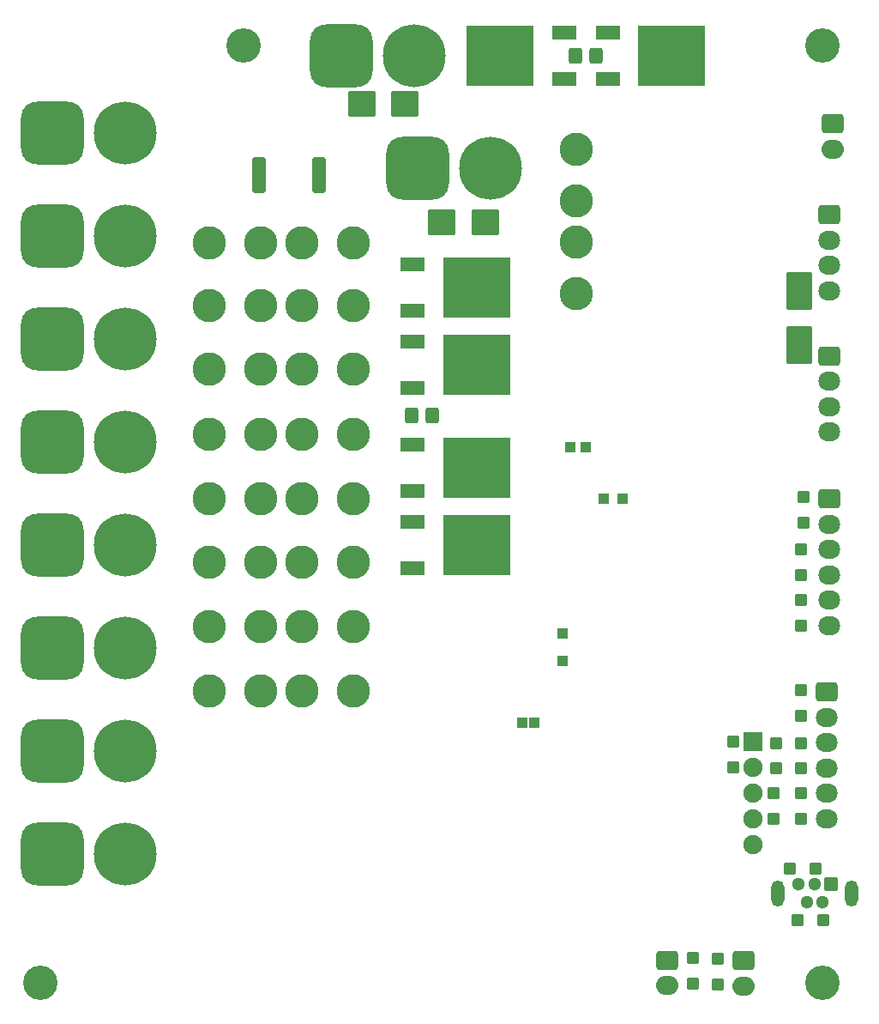
<source format=gbs>
%TF.GenerationSoftware,KiCad,Pcbnew,6.0.11+dfsg-1*%
%TF.CreationDate,2025-03-20T10:49:10-04:00*%
%TF.ProjectId,battery-board,62617474-6572-4792-9d62-6f6172642e6b,rev?*%
%TF.SameCoordinates,Original*%
%TF.FileFunction,Soldermask,Bot*%
%TF.FilePolarity,Negative*%
%FSLAX46Y46*%
G04 Gerber Fmt 4.6, Leading zero omitted, Abs format (unit mm)*
G04 Created by KiCad (PCBNEW 6.0.11+dfsg-1) date 2025-03-20 10:49:10*
%MOMM*%
%LPD*%
G01*
G04 APERTURE LIST*
G04 Aperture macros list*
%AMRoundRect*
0 Rectangle with rounded corners*
0 $1 Rounding radius*
0 $2 $3 $4 $5 $6 $7 $8 $9 X,Y pos of 4 corners*
0 Add a 4 corners polygon primitive as box body*
4,1,4,$2,$3,$4,$5,$6,$7,$8,$9,$2,$3,0*
0 Add four circle primitives for the rounded corners*
1,1,$1+$1,$2,$3*
1,1,$1+$1,$4,$5*
1,1,$1+$1,$6,$7*
1,1,$1+$1,$8,$9*
0 Add four rect primitives between the rounded corners*
20,1,$1+$1,$2,$3,$4,$5,0*
20,1,$1+$1,$4,$5,$6,$7,0*
20,1,$1+$1,$6,$7,$8,$9,0*
20,1,$1+$1,$8,$9,$2,$3,0*%
G04 Aperture macros list end*
%ADD10RoundRect,0.100000X-0.425000X-0.425000X0.425000X-0.425000X0.425000X0.425000X-0.425000X0.425000X0*%
%ADD11C,3.298800*%
%ADD12RoundRect,1.600000X-1.500000X-1.500000X1.500000X-1.500000X1.500000X1.500000X-1.500000X1.500000X0*%
%ADD13C,6.200000*%
%ADD14C,3.400000*%
%ADD15RoundRect,0.350000X-0.725000X0.600000X-0.725000X-0.600000X0.725000X-0.600000X0.725000X0.600000X0*%
%ADD16O,2.150000X1.900000*%
%ADD17RoundRect,0.350000X-0.750000X0.600000X-0.750000X-0.600000X0.750000X-0.600000X0.750000X0.600000X0*%
%ADD18O,2.200000X1.900000*%
%ADD19RoundRect,0.100000X0.550000X0.550000X-0.550000X0.550000X-0.550000X-0.550000X0.550000X-0.550000X0*%
%ADD20C,1.300000*%
%ADD21O,1.300000X2.600000*%
%ADD22RoundRect,0.100000X-0.850000X-0.850000X0.850000X-0.850000X0.850000X0.850000X-0.850000X0.850000X0*%
%ADD23O,1.900000X1.900000*%
%ADD24RoundRect,0.100000X0.425000X0.425000X-0.425000X0.425000X-0.425000X-0.425000X0.425000X-0.425000X0*%
%ADD25RoundRect,0.100000X-0.500000X0.500000X-0.500000X-0.500000X0.500000X-0.500000X0.500000X0.500000X0*%
%ADD26RoundRect,0.100000X0.500000X-0.500000X0.500000X0.500000X-0.500000X0.500000X-0.500000X-0.500000X0*%
%ADD27RoundRect,0.100000X-1.100000X-0.600000X1.100000X-0.600000X1.100000X0.600000X-1.100000X0.600000X0*%
%ADD28RoundRect,0.100000X-3.200000X-2.900000X3.200000X-2.900000X3.200000X2.900000X-3.200000X2.900000X0*%
%ADD29RoundRect,0.100000X1.100000X0.600000X-1.100000X0.600000X-1.100000X-0.600000X1.100000X-0.600000X0*%
%ADD30RoundRect,0.100000X3.200000X2.900000X-3.200000X2.900000X-3.200000X-2.900000X3.200000X-2.900000X0*%
%ADD31RoundRect,0.100000X0.500000X0.500000X-0.500000X0.500000X-0.500000X-0.500000X0.500000X-0.500000X0*%
%ADD32RoundRect,0.350000X-0.350000X-0.450000X0.350000X-0.450000X0.350000X0.450000X-0.350000X0.450000X0*%
%ADD33RoundRect,0.100000X1.150000X-1.750000X1.150000X1.750000X-1.150000X1.750000X-1.150000X-1.750000X0*%
%ADD34RoundRect,0.350000X-0.362500X-1.425000X0.362500X-1.425000X0.362500X1.425000X-0.362500X1.425000X0*%
%ADD35RoundRect,0.100000X1.250000X1.150000X-1.250000X1.150000X-1.250000X-1.150000X1.250000X-1.150000X0*%
%ADD36RoundRect,0.350000X0.350000X0.450000X-0.350000X0.450000X-0.350000X-0.450000X0.350000X-0.450000X0*%
G04 APERTURE END LIST*
D10*
%TO.C,TP3*%
X98552000Y-94742000D03*
%TD*%
D11*
%TO.C,F7*%
X70523100Y-112458500D03*
X75603100Y-112458500D03*
X66459100Y-112458500D03*
X61379100Y-112458500D03*
%TD*%
D10*
%TO.C,TP7*%
X93472000Y-121920000D03*
%TD*%
D11*
%TO.C,F5*%
X75603100Y-93472000D03*
X70523100Y-93472000D03*
X61379100Y-93472000D03*
X66459100Y-93472000D03*
%TD*%
D12*
%TO.C,J18*%
X45930000Y-104394000D03*
D13*
X53130000Y-104394000D03*
%TD*%
D12*
%TO.C,J14*%
X45930000Y-94234000D03*
D13*
X53130000Y-94234000D03*
%TD*%
D12*
%TO.C,J10*%
X82021191Y-67300000D03*
D13*
X89221191Y-67300000D03*
%TD*%
D14*
%TO.C,H1*%
X64770000Y-55118000D03*
%TD*%
D10*
%TO.C,TP6*%
X100330000Y-99822000D03*
%TD*%
D11*
%TO.C,F6*%
X70523100Y-118808500D03*
X75603100Y-118808500D03*
X66459100Y-118808500D03*
X61379100Y-118808500D03*
%TD*%
D10*
%TO.C,TP4*%
X97028000Y-94742000D03*
%TD*%
D14*
%TO.C,H3*%
X121920000Y-55118000D03*
%TD*%
D11*
%TO.C,F9*%
X70523100Y-99822000D03*
X75603100Y-99822000D03*
X66459100Y-99822000D03*
X61379100Y-99822000D03*
%TD*%
D15*
%TO.C,J4*%
X122629127Y-99885000D03*
D16*
X122629127Y-102385000D03*
X122629127Y-104885000D03*
X122629127Y-107385000D03*
X122629127Y-109885000D03*
X122629127Y-112385000D03*
%TD*%
D12*
%TO.C,J17*%
X45930000Y-114554000D03*
D13*
X53130000Y-114554000D03*
%TD*%
D10*
%TO.C,TP8*%
X92322000Y-121920000D03*
%TD*%
D17*
%TO.C,J19*%
X106654127Y-145405000D03*
D18*
X106654127Y-147905000D03*
%TD*%
D14*
%TO.C,H2*%
X121920000Y-147574000D03*
%TD*%
D11*
%TO.C,F8*%
X70523100Y-106108500D03*
X75603100Y-106108500D03*
X66459100Y-106108500D03*
X61379100Y-106108500D03*
%TD*%
D15*
%TO.C,J6*%
X122666227Y-85775000D03*
D16*
X122666227Y-88275000D03*
X122666227Y-90775000D03*
X122666227Y-93275000D03*
%TD*%
D12*
%TO.C,J11*%
X45930000Y-63754000D03*
D13*
X53130000Y-63754000D03*
%TD*%
D12*
%TO.C,J12*%
X45930000Y-73914000D03*
D13*
X53130000Y-73914000D03*
%TD*%
D17*
%TO.C,J8*%
X122944127Y-62875000D03*
D18*
X122944127Y-65375000D03*
%TD*%
D12*
%TO.C,J13*%
X45930000Y-84074000D03*
D13*
X53130000Y-84074000D03*
%TD*%
D11*
%TO.C,F1*%
X97654127Y-70512900D03*
X97654127Y-65432900D03*
X97654127Y-74576900D03*
X97654127Y-79656900D03*
%TD*%
%TO.C,F3*%
X70523100Y-80772000D03*
X75603100Y-80772000D03*
X66459100Y-80772000D03*
X61379100Y-80772000D03*
%TD*%
D17*
%TO.C,J2*%
X114164127Y-145425000D03*
D18*
X114164127Y-147925000D03*
%TD*%
D15*
%TO.C,J5*%
X122419127Y-118935000D03*
D16*
X122419127Y-121435000D03*
X122419127Y-123935000D03*
X122419127Y-126435000D03*
X122419127Y-128935000D03*
X122419127Y-131435000D03*
%TD*%
D19*
%TO.C,J3*%
X122800127Y-137912000D03*
D20*
X122000127Y-139662000D03*
X121200127Y-137912000D03*
X120400127Y-139662000D03*
X119600127Y-137912000D03*
D21*
X117550127Y-138787000D03*
X124850127Y-138787000D03*
%TD*%
D22*
%TO.C,J1*%
X115062000Y-123820000D03*
D23*
X115062000Y-126360000D03*
X115062000Y-128900000D03*
X115062000Y-131440000D03*
X115062000Y-133980000D03*
%TD*%
D12*
%TO.C,J9*%
X74484127Y-56200000D03*
D13*
X81684127Y-56200000D03*
%TD*%
D11*
%TO.C,F2*%
X75603100Y-74612500D03*
X70523100Y-74612500D03*
X61379100Y-74612500D03*
X66459100Y-74612500D03*
%TD*%
D24*
%TO.C,TP1*%
X96266000Y-113157000D03*
%TD*%
D12*
%TO.C,J16*%
X45930000Y-124714000D03*
D13*
X53130000Y-124714000D03*
%TD*%
D10*
%TO.C,TP2*%
X102235000Y-99822000D03*
%TD*%
D24*
%TO.C,TP5*%
X96266000Y-115824000D03*
%TD*%
D15*
%TO.C,J7*%
X122666227Y-71865000D03*
D16*
X122666227Y-74365000D03*
X122666227Y-76865000D03*
X122666227Y-79365000D03*
%TD*%
D12*
%TO.C,J15*%
X45930000Y-134874000D03*
D13*
X53130000Y-134874000D03*
%TD*%
D11*
%TO.C,F4*%
X75603100Y-87058500D03*
X70523100Y-87058500D03*
X61379100Y-87058500D03*
X66459100Y-87058500D03*
%TD*%
D14*
%TO.C,H4*%
X44704000Y-147574000D03*
%TD*%
D25*
%TO.C,D9*%
X109194127Y-145190000D03*
X109194127Y-147690000D03*
%TD*%
D26*
%TO.C,D12*%
X119879127Y-131415000D03*
X119879127Y-128915000D03*
%TD*%
D27*
%TO.C,Q8*%
X100764127Y-58480000D03*
D28*
X107064127Y-56200000D03*
D27*
X100764127Y-53920000D03*
%TD*%
D26*
%TO.C,D8*%
X111589127Y-147775000D03*
X111589127Y-145275000D03*
%TD*%
D27*
%TO.C,Q5*%
X81504127Y-88960000D03*
D28*
X87804127Y-86680000D03*
D27*
X81504127Y-84400000D03*
%TD*%
D29*
%TO.C,Q7*%
X96464127Y-53920000D03*
D30*
X90164127Y-56200000D03*
D29*
X96464127Y-58480000D03*
%TD*%
D27*
%TO.C,Q4*%
X81504127Y-81340000D03*
D28*
X87804127Y-79060000D03*
D27*
X81504127Y-76780000D03*
%TD*%
D31*
%TO.C,D11*%
X121256127Y-136388000D03*
X118756127Y-136388000D03*
%TD*%
D26*
%TO.C,D15*%
X119879127Y-112365000D03*
X119879127Y-109865000D03*
%TD*%
D27*
%TO.C,Q3*%
X81504127Y-106740000D03*
D28*
X87804127Y-104460000D03*
D27*
X81504127Y-102180000D03*
%TD*%
D26*
%TO.C,D5*%
X113157000Y-126345000D03*
X113157000Y-123845000D03*
%TD*%
D32*
%TO.C,R36*%
X97614127Y-56200000D03*
X99614127Y-56200000D03*
%TD*%
D33*
%TO.C,D22*%
X119667597Y-84742000D03*
X119667597Y-79342000D03*
%TD*%
D26*
%TO.C,D13*%
X119844127Y-126485000D03*
X119844127Y-123985000D03*
%TD*%
D34*
%TO.C,R39*%
X66329127Y-67935000D03*
X72254127Y-67935000D03*
%TD*%
D35*
%TO.C,D31*%
X88671191Y-72575000D03*
X84371191Y-72575000D03*
%TD*%
D27*
%TO.C,Q6*%
X81504127Y-99120000D03*
D28*
X87804127Y-96840000D03*
D27*
X81504127Y-94560000D03*
%TD*%
D31*
%TO.C,D10*%
X122018127Y-141468000D03*
X119518127Y-141468000D03*
%TD*%
D35*
%TO.C,D30*%
X80754127Y-60950000D03*
X76454127Y-60950000D03*
%TD*%
D26*
%TO.C,D14*%
X119879127Y-121255000D03*
X119879127Y-118755000D03*
%TD*%
%TO.C,D7*%
X117094000Y-131415000D03*
X117094000Y-128915000D03*
%TD*%
%TO.C,D17*%
X120089127Y-102205000D03*
X120089127Y-99705000D03*
%TD*%
D36*
%TO.C,R30*%
X83414127Y-91684000D03*
X81414127Y-91684000D03*
%TD*%
D26*
%TO.C,D6*%
X117348000Y-126472000D03*
X117348000Y-123972000D03*
%TD*%
%TO.C,D16*%
X119879127Y-107385000D03*
X119879127Y-104885000D03*
%TD*%
M02*

</source>
